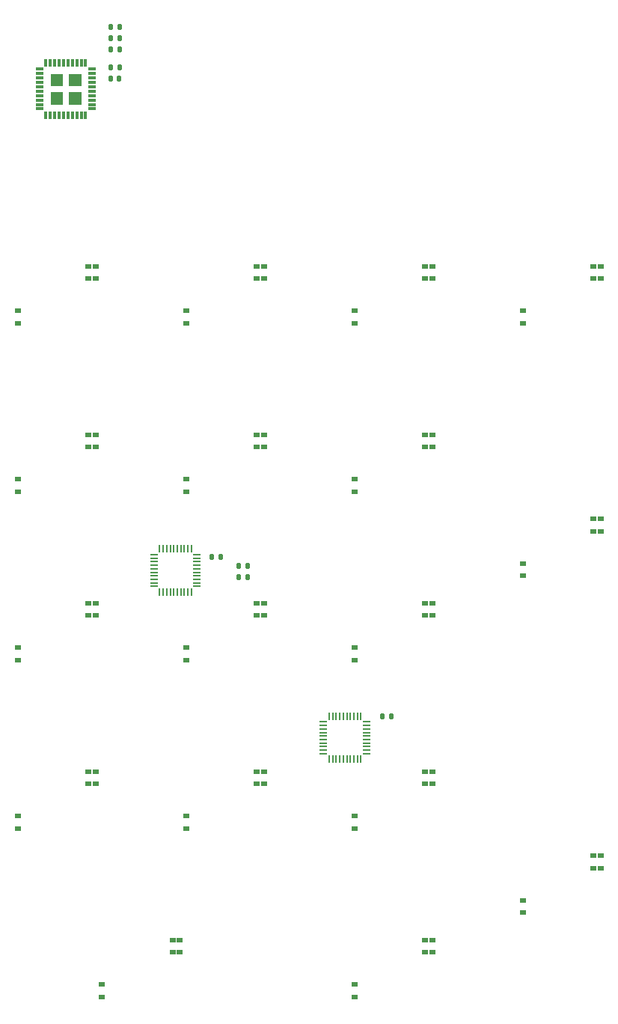
<source format=gbr>
%TF.GenerationSoftware,KiCad,Pcbnew,(6.0.5)*%
%TF.CreationDate,2022-06-21T22:17:49+02:00*%
%TF.ProjectId,Numpad,4e756d70-6164-42e6-9b69-6361645f7063,rev?*%
%TF.SameCoordinates,Original*%
%TF.FileFunction,Paste,Top*%
%TF.FilePolarity,Positive*%
%FSLAX46Y46*%
G04 Gerber Fmt 4.6, Leading zero omitted, Abs format (unit mm)*
G04 Created by KiCad (PCBNEW (6.0.5)) date 2022-06-21 22:17:49*
%MOMM*%
%LPD*%
G01*
G04 APERTURE LIST*
G04 Aperture macros list*
%AMRoundRect*
0 Rectangle with rounded corners*
0 $1 Rounding radius*
0 $2 $3 $4 $5 $6 $7 $8 $9 X,Y pos of 4 corners*
0 Add a 4 corners polygon primitive as box body*
4,1,4,$2,$3,$4,$5,$6,$7,$8,$9,$2,$3,0*
0 Add four circle primitives for the rounded corners*
1,1,$1+$1,$2,$3*
1,1,$1+$1,$4,$5*
1,1,$1+$1,$6,$7*
1,1,$1+$1,$8,$9*
0 Add four rect primitives between the rounded corners*
20,1,$1+$1,$2,$3,$4,$5,0*
20,1,$1+$1,$4,$5,$6,$7,0*
20,1,$1+$1,$6,$7,$8,$9,0*
20,1,$1+$1,$8,$9,$2,$3,0*%
G04 Aperture macros list end*
%ADD10C,0.010000*%
%ADD11R,0.700000X0.600000*%
%ADD12R,0.650000X0.600000*%
%ADD13RoundRect,0.135000X-0.135000X-0.185000X0.135000X-0.185000X0.135000X0.185000X-0.135000X0.185000X0*%
%ADD14RoundRect,0.135000X0.135000X0.185000X-0.135000X0.185000X-0.135000X-0.185000X0.135000X-0.185000X0*%
%ADD15RoundRect,0.008100X-0.126900X0.421900X-0.126900X-0.421900X0.126900X-0.421900X0.126900X0.421900X0*%
%ADD16RoundRect,0.008100X-0.421900X-0.126900X0.421900X-0.126900X0.421900X0.126900X-0.421900X0.126900X0*%
%ADD17RoundRect,0.140000X-0.140000X-0.170000X0.140000X-0.170000X0.140000X0.170000X-0.140000X0.170000X0*%
%ADD18RoundRect,0.062500X-0.350000X-0.062500X0.350000X-0.062500X0.350000X0.062500X-0.350000X0.062500X0*%
%ADD19RoundRect,0.062500X-0.062500X-0.350000X0.062500X-0.350000X0.062500X0.350000X-0.062500X0.350000X0*%
%ADD20RoundRect,0.140000X0.140000X0.170000X-0.140000X0.170000X-0.140000X-0.170000X0.140000X-0.170000X0*%
G04 APERTURE END LIST*
%TO.C,U1*%
G36*
X33189000Y-35588000D02*
G01*
X31889000Y-35588000D01*
X31889000Y-34288000D01*
X33189000Y-34288000D01*
X33189000Y-35588000D01*
G37*
D10*
X33189000Y-35588000D02*
X31889000Y-35588000D01*
X31889000Y-34288000D01*
X33189000Y-34288000D01*
X33189000Y-35588000D01*
G36*
X31139000Y-37638000D02*
G01*
X29839000Y-37638000D01*
X29839000Y-36338000D01*
X31139000Y-36338000D01*
X31139000Y-37638000D01*
G37*
X31139000Y-37638000D02*
X29839000Y-37638000D01*
X29839000Y-36338000D01*
X31139000Y-36338000D01*
X31139000Y-37638000D01*
G36*
X31139000Y-35588000D02*
G01*
X29839000Y-35588000D01*
X29839000Y-34288000D01*
X31139000Y-34288000D01*
X31139000Y-35588000D01*
G37*
X31139000Y-35588000D02*
X29839000Y-35588000D01*
X29839000Y-34288000D01*
X31139000Y-34288000D01*
X31139000Y-35588000D01*
G36*
X33189000Y-37638000D02*
G01*
X31889000Y-37638000D01*
X31889000Y-36338000D01*
X33189000Y-36338000D01*
X33189000Y-37638000D01*
G37*
X33189000Y-37638000D02*
X31889000Y-37638000D01*
X31889000Y-36338000D01*
X33189000Y-36338000D01*
X33189000Y-37638000D01*
%TD*%
D11*
%TO.C,D18*%
X26089000Y-61060000D03*
X26089000Y-62460000D03*
%TD*%
D12*
%TO.C,D12*%
X72194000Y-94095000D03*
X72194000Y-95495000D03*
X72994000Y-94095000D03*
X72994000Y-95495000D03*
%TD*%
D13*
%TO.C,R5*%
X36574000Y-30226000D03*
X37594000Y-30226000D03*
%TD*%
D14*
%TO.C,R1*%
X37594000Y-33528000D03*
X36574000Y-33528000D03*
%TD*%
D15*
%TO.C,U1*%
X33764000Y-33028000D03*
X33264000Y-33028000D03*
X32764000Y-33028000D03*
X32264000Y-33028000D03*
X31764000Y-33028000D03*
X31264000Y-33028000D03*
X30764000Y-33028000D03*
X30264000Y-33028000D03*
X29764000Y-33028000D03*
X29264000Y-33028000D03*
D16*
X28579000Y-33713000D03*
X28579000Y-34213000D03*
X28579000Y-34713000D03*
X28579000Y-35213000D03*
X28579000Y-35713000D03*
X28579000Y-36213000D03*
X28579000Y-36713000D03*
X28579000Y-37213000D03*
X28579000Y-37713000D03*
X28579000Y-38213000D03*
D15*
X29264000Y-38898000D03*
X29764000Y-38898000D03*
X30264000Y-38898000D03*
X30764000Y-38898000D03*
X31264000Y-38898000D03*
X31764000Y-38898000D03*
X32264000Y-38898000D03*
X32764000Y-38898000D03*
X33264000Y-38898000D03*
X33764000Y-38898000D03*
D16*
X34449000Y-38213000D03*
X34449000Y-37713000D03*
X34449000Y-37213000D03*
X34449000Y-36713000D03*
X34449000Y-36213000D03*
X34449000Y-35713000D03*
X34449000Y-35213000D03*
X34449000Y-34713000D03*
X34449000Y-34213000D03*
X34449000Y-33713000D03*
%TD*%
D11*
%TO.C,D25*%
X45139000Y-99160000D03*
X45139000Y-100560000D03*
%TD*%
D14*
%TO.C,R3*%
X68328000Y-106934000D03*
X67308000Y-106934000D03*
%TD*%
D12*
%TO.C,D10*%
X72194000Y-55995000D03*
X72194000Y-57395000D03*
X72994000Y-55995000D03*
X72994000Y-57395000D03*
%TD*%
%TO.C,D4*%
X34094000Y-113145000D03*
X34094000Y-114545000D03*
X34894000Y-113145000D03*
X34894000Y-114545000D03*
%TD*%
D11*
%TO.C,D19*%
X26089000Y-80110000D03*
X26089000Y-81510000D03*
%TD*%
%TO.C,D29*%
X64189000Y-99160000D03*
X64189000Y-100560000D03*
%TD*%
%TO.C,D27*%
X64189000Y-61060000D03*
X64189000Y-62460000D03*
%TD*%
D12*
%TO.C,D6*%
X53144000Y-55995000D03*
X53144000Y-57395000D03*
X53944000Y-55995000D03*
X53944000Y-57395000D03*
%TD*%
%TO.C,D3*%
X34094000Y-94095000D03*
X34094000Y-95495000D03*
X34894000Y-94095000D03*
X34894000Y-95495000D03*
%TD*%
%TO.C,D13*%
X72194000Y-113145000D03*
X72194000Y-114545000D03*
X72994000Y-113145000D03*
X72994000Y-114545000D03*
%TD*%
D14*
%TO.C,R2*%
X49024000Y-88900000D03*
X48004000Y-88900000D03*
%TD*%
D12*
%TO.C,D7*%
X53144000Y-75045000D03*
X53144000Y-76445000D03*
X53944000Y-75045000D03*
X53944000Y-76445000D03*
%TD*%
D11*
%TO.C,D34*%
X83239000Y-127735000D03*
X83239000Y-129135000D03*
%TD*%
%TO.C,D33*%
X83239000Y-89635000D03*
X83239000Y-91035000D03*
%TD*%
D12*
%TO.C,D5*%
X43619000Y-132195000D03*
X43619000Y-133595000D03*
X44419000Y-132195000D03*
X44419000Y-133595000D03*
%TD*%
%TO.C,D17*%
X91244000Y-122670000D03*
X91244000Y-124070000D03*
X92044000Y-122670000D03*
X92044000Y-124070000D03*
%TD*%
%TO.C,D9*%
X53144000Y-113145000D03*
X53144000Y-114545000D03*
X53944000Y-113145000D03*
X53944000Y-114545000D03*
%TD*%
D11*
%TO.C,D26*%
X45139000Y-118210000D03*
X45139000Y-119610000D03*
%TD*%
%TO.C,D22*%
X35614000Y-137260000D03*
X35614000Y-138660000D03*
%TD*%
D12*
%TO.C,D2*%
X34094000Y-75045000D03*
X34094000Y-76445000D03*
X34894000Y-75045000D03*
X34894000Y-76445000D03*
%TD*%
D11*
%TO.C,D30*%
X64189000Y-118210000D03*
X64189000Y-119610000D03*
%TD*%
D12*
%TO.C,D14*%
X72194000Y-132195000D03*
X72194000Y-133595000D03*
X72994000Y-132195000D03*
X72994000Y-133595000D03*
%TD*%
%TO.C,D15*%
X91244000Y-55995000D03*
X91244000Y-57395000D03*
X92044000Y-55995000D03*
X92044000Y-57395000D03*
%TD*%
%TO.C,D1*%
X34094000Y-55995000D03*
X34094000Y-57395000D03*
X34894000Y-55995000D03*
X34894000Y-57395000D03*
%TD*%
D11*
%TO.C,D21*%
X26089000Y-118210000D03*
X26089000Y-119610000D03*
%TD*%
%TO.C,D28*%
X64189000Y-80110000D03*
X64189000Y-81510000D03*
%TD*%
%TO.C,D23*%
X45139000Y-61060000D03*
X45139000Y-62460000D03*
%TD*%
D13*
%TO.C,R4*%
X36574000Y-28956000D03*
X37594000Y-28956000D03*
%TD*%
D14*
%TO.C,R6*%
X37594000Y-31496000D03*
X36574000Y-31496000D03*
%TD*%
D12*
%TO.C,D8*%
X53144000Y-94095000D03*
X53144000Y-95495000D03*
X53944000Y-94095000D03*
X53944000Y-95495000D03*
%TD*%
D17*
%TO.C,C5*%
X36604000Y-34798000D03*
X37564000Y-34798000D03*
%TD*%
D12*
%TO.C,D16*%
X91244000Y-84570000D03*
X91244000Y-85970000D03*
X92044000Y-84570000D03*
X92044000Y-85970000D03*
%TD*%
D11*
%TO.C,D32*%
X83239000Y-61060000D03*
X83239000Y-62460000D03*
%TD*%
%TO.C,D20*%
X26089000Y-99160000D03*
X26089000Y-100560000D03*
%TD*%
D18*
%TO.C,U2*%
X41504500Y-88624000D03*
X41504500Y-89024000D03*
X41504500Y-89424000D03*
X41504500Y-89824000D03*
X41504500Y-90224000D03*
X41504500Y-90624000D03*
X41504500Y-91024000D03*
X41504500Y-91424000D03*
X41504500Y-91824000D03*
X41504500Y-92224000D03*
D19*
X42142000Y-92861500D03*
X42542000Y-92861500D03*
X42942000Y-92861500D03*
X43342000Y-92861500D03*
X43742000Y-92861500D03*
X44142000Y-92861500D03*
X44542000Y-92861500D03*
X44942000Y-92861500D03*
X45342000Y-92861500D03*
X45742000Y-92861500D03*
D18*
X46379500Y-92224000D03*
X46379500Y-91824000D03*
X46379500Y-91424000D03*
X46379500Y-91024000D03*
X46379500Y-90624000D03*
X46379500Y-90224000D03*
X46379500Y-89824000D03*
X46379500Y-89424000D03*
X46379500Y-89024000D03*
X46379500Y-88624000D03*
D19*
X45742000Y-87986500D03*
X45342000Y-87986500D03*
X44942000Y-87986500D03*
X44542000Y-87986500D03*
X44142000Y-87986500D03*
X43742000Y-87986500D03*
X43342000Y-87986500D03*
X42942000Y-87986500D03*
X42542000Y-87986500D03*
X42142000Y-87986500D03*
%TD*%
D18*
%TO.C,U3*%
X60681500Y-107547000D03*
X60681500Y-107947000D03*
X60681500Y-108347000D03*
X60681500Y-108747000D03*
X60681500Y-109147000D03*
X60681500Y-109547000D03*
X60681500Y-109947000D03*
X60681500Y-110347000D03*
X60681500Y-110747000D03*
X60681500Y-111147000D03*
D19*
X61319000Y-111784500D03*
X61719000Y-111784500D03*
X62119000Y-111784500D03*
X62519000Y-111784500D03*
X62919000Y-111784500D03*
X63319000Y-111784500D03*
X63719000Y-111784500D03*
X64119000Y-111784500D03*
X64519000Y-111784500D03*
X64919000Y-111784500D03*
D18*
X65556500Y-111147000D03*
X65556500Y-110747000D03*
X65556500Y-110347000D03*
X65556500Y-109947000D03*
X65556500Y-109547000D03*
X65556500Y-109147000D03*
X65556500Y-108747000D03*
X65556500Y-108347000D03*
X65556500Y-107947000D03*
X65556500Y-107547000D03*
D19*
X64919000Y-106909500D03*
X64519000Y-106909500D03*
X64119000Y-106909500D03*
X63719000Y-106909500D03*
X63319000Y-106909500D03*
X62919000Y-106909500D03*
X62519000Y-106909500D03*
X62119000Y-106909500D03*
X61719000Y-106909500D03*
X61319000Y-106909500D03*
%TD*%
D20*
%TO.C,C1*%
X52080328Y-91186000D03*
X51120328Y-91186000D03*
%TD*%
D12*
%TO.C,D11*%
X72194000Y-75045000D03*
X72194000Y-76445000D03*
X72994000Y-75045000D03*
X72994000Y-76445000D03*
%TD*%
D20*
%TO.C,C2*%
X52080328Y-89916000D03*
X51120328Y-89916000D03*
%TD*%
D11*
%TO.C,D31*%
X64189000Y-137260000D03*
X64189000Y-138660000D03*
%TD*%
%TO.C,D24*%
X45139000Y-80110000D03*
X45139000Y-81510000D03*
%TD*%
M02*

</source>
